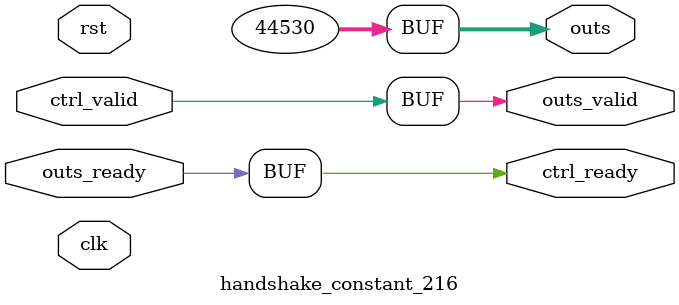
<source format=v>
`timescale 1ns / 1ps
module handshake_constant_216 #(
  parameter DATA_WIDTH = 32  // Default set to 32 bits
) (
  input                       clk,
  input                       rst,
  // Input Channel
  input                       ctrl_valid,
  output                      ctrl_ready,
  // Output Channel
  output [DATA_WIDTH - 1 : 0] outs,
  output                      outs_valid,
  input                       outs_ready
);
  assign outs       = 17'b01010110111110010;
  assign outs_valid = ctrl_valid;
  assign ctrl_ready = outs_ready;

endmodule

</source>
